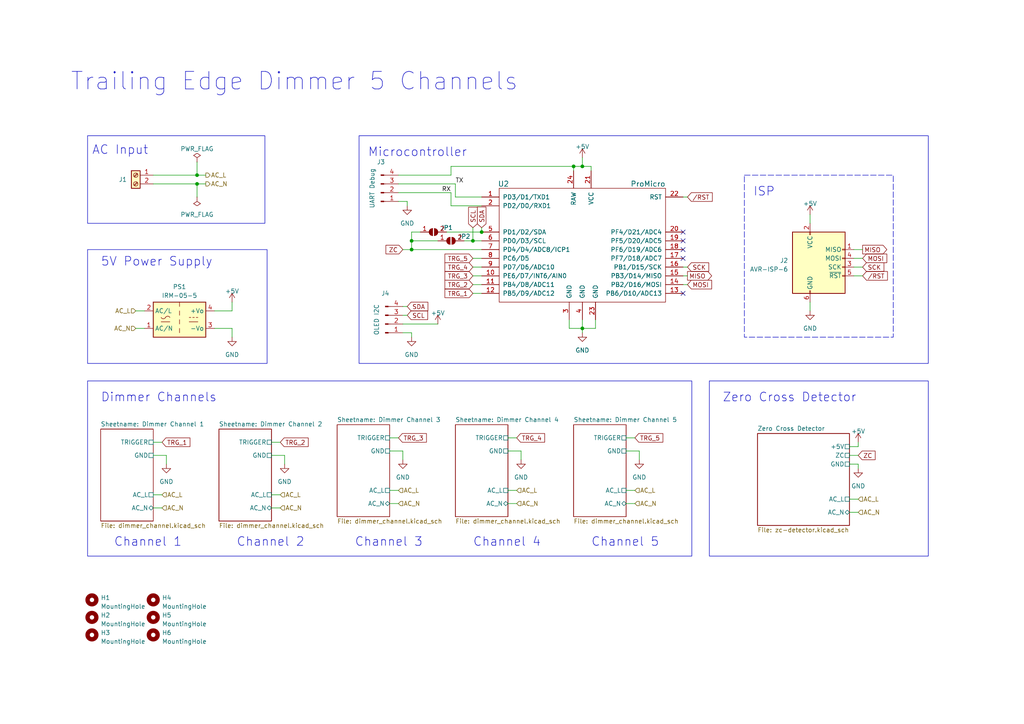
<source format=kicad_sch>
(kicad_sch (version 20230121) (generator eeschema)
  (paper "A4")
  (title_block (title "Trailing Edge Dimmer") (date "2023-03-14") (rev "1") (company "Tercio Gaudencio Filho"))
  (lib_symbols
    (symbol "0x3333:ProMicro" (pin_names (offset 1.016))
      (property "Reference" "U" (at -22.86 18.415 0))
      (property "Value" "ProMicro" (at 0 7.62 0))
      (property "Footprint" "0x3333:ProMicro" (at 0.635 -26.035 0))
      (symbol "ProMicro_0_1"
        (rectangle (start -24.13 16.51) (end 24.13 -16.51))
      )
      (symbol "ProMicro_1_1"
        (pin bidirectional line (at -29.21 13.97 0) (length 5.08) (name "PD3/D1/TXD1") (number "1"))
        (pin bidirectional line (at -29.21 -8.89 0) (length 5.08) (name "PE6/D7/INT6/AIN0") (number "10"))
        (pin bidirectional line (at -29.21 -11.43 0) (length 5.08) (name "PB4/D8/ADC11") (number "11"))
        (pin bidirectional line (at -29.21 -13.97 0) (length 5.08) (name "PB5/D9/ADC12") (number "12"))
        (pin bidirectional line (at 29.21 -13.97 180) (length 5.08) (name "PB6/D10/ADC13") (number "13"))
        (pin bidirectional line (at 29.21 -11.43 180) (length 5.08) (name "PB2/D16/MOSI") (number "14"))
        (pin bidirectional line (at 29.21 -8.89 180) (length 5.08) (name "PB3/D14/MISO") (number "15"))
        (pin bidirectional line (at 29.21 -6.35 180) (length 5.08) (name "PB1/D15/SCK") (number "16"))
        (pin bidirectional line (at 29.21 -3.81 180) (length 5.08) (name "PF7/D18/ADC7") (number "17"))
        (pin bidirectional line (at 29.21 -1.27 180) (length 5.08) (name "PF6/D19/ADC6") (number "18"))
        (pin bidirectional line (at 29.21 1.27 180) (length 5.08) (name "PF5/D20/ADC5") (number "19"))
        (pin bidirectional line (at -29.21 11.43 0) (length 5.08) (name "PD2/D0/RXD1") (number "2"))
        (pin bidirectional line (at 29.21 3.81 180) (length 5.08) (name "PF4/D21/ADC4") (number "20"))
        (pin power_in line (at 2.54 21.59 270) (length 5.08) (name "VCC") (number "21"))
        (pin input line (at 29.21 13.97 180) (length 5.08) (name "RST") (number "22"))
        (pin power_in line (at 3.81 -21.59 90) (length 5.08) (name "GND") (number "23"))
        (pin power_in line (at -2.54 21.59 270) (length 5.08) (name "RAW") (number "24"))
        (pin power_in line (at -3.81 -21.59 90) (length 5.08) (name "GND") (number "3"))
        (pin power_in line (at 0 -21.59 90) (length 5.08) (name "GND") (number "4"))
        (pin bidirectional line (at -29.21 3.81 0) (length 5.08) (name "PD1/D2/SDA") (number "5"))
        (pin bidirectional line (at -29.21 1.27 0) (length 5.08) (name "PD0/D3/SCL") (number "6"))
        (pin bidirectional line (at -29.21 -1.27 0) (length 5.08) (name "PD4/D4/ADC8/ICP1") (number "7"))
        (pin bidirectional line (at -29.21 -3.81 0) (length 5.08) (name "PC6/D5") (number "8"))
        (pin bidirectional line (at -29.21 -6.35 0) (length 5.08) (name "PD7/D6/ADC10") (number "9"))
      )
    )
    (symbol "Connector:AVR-ISP-6" (pin_names (offset 1.016))
      (property "Reference" "J" (at -6.35 11.43 0))
      (property "Value" "AVR-ISP-6" (at 0 11.43 0))
      (symbol "AVR-ISP-6_0_1"
        (rectangle (start -2.667 -6.858) (end -2.413 -7.62))
        (rectangle (start -2.667 10.16) (end -2.413 9.398))
        (rectangle (start 7.62 -2.413) (end 6.858 -2.667))
        (rectangle (start 7.62 0.127) (end 6.858 -0.127))
        (rectangle (start 7.62 2.667) (end 6.858 2.413))
        (rectangle (start 7.62 5.207) (end 6.858 4.953))
        (rectangle (start 7.62 10.16) (end -7.62 -7.62) (stroke (width 0.254)) (fill (type background)))
      )
      (symbol "AVR-ISP-6_1_1"
        (pin passive line (at 10.16 5.08 180) (length 2.54) (name "MISO") (number "1"))
        (pin passive line (at -2.54 12.7 270) (length 2.54) (name "VCC") (number "2"))
        (pin passive line (at 10.16 0 180) (length 2.54) (name "SCK") (number "3"))
        (pin passive line (at 10.16 2.54 180) (length 2.54) (name "MOSI") (number "4"))
        (pin passive line (at 10.16 -2.54 180) (length 2.54) (name "~{RST}") (number "5"))
        (pin passive line (at -2.54 -10.16 90) (length 2.54) (name "GND") (number "6"))
      )
    )
    (symbol "Connector:Conn_01x04_Pin" (pin_names (offset 1.016) hide)
      (property "Reference" "J" (at 0 5.08 0))
      (property "Value" "Conn_01x04_Pin" (at 0 -7.62 0))
      (symbol "Conn_01x04_Pin_1_1"
        (polyline (pts (xy 1.27 -5.08) (xy 0.8636 -5.08)) (stroke (width 0.1524)))
        (polyline (pts (xy 1.27 -2.54) (xy 0.8636 -2.54)) (stroke (width 0.1524)))
        (polyline (pts (xy 1.27 0) (xy 0.8636 0)) (stroke (width 0.1524)))
        (polyline (pts (xy 1.27 2.54) (xy 0.8636 2.54)) (stroke (width 0.1524)))
        (rectangle (start 0.8636 -4.953) (end 0 -5.207) (stroke (width 0.1524)) (fill (type outline)))
        (rectangle (start 0.8636 -2.413) (end 0 -2.667) (stroke (width 0.1524)) (fill (type outline)))
        (rectangle (start 0.8636 0.127) (end 0 -0.127) (stroke (width 0.1524)) (fill (type outline)))
        (rectangle (start 0.8636 2.667) (end 0 2.413) (stroke (width 0.1524)) (fill (type outline)))
        (pin passive line (at 5.08 2.54 180) (length 3.81) (name "Pin_1") (number "1"))
        (pin passive line (at 5.08 0 180) (length 3.81) (name "Pin_2") (number "2"))
        (pin passive line (at 5.08 -2.54 180) (length 3.81) (name "Pin_3") (number "3"))
        (pin passive line (at 5.08 -5.08 180) (length 3.81) (name "Pin_4") (number "4"))
      )
    )
    (symbol "Connector:Screw_Terminal_01x02" (pin_names (offset 1.016) hide)
      (property "Reference" "J" (at 0 2.54 0))
      (property "Value" "Screw_Terminal_01x02" (at 0 -5.08 0))
      (symbol "Screw_Terminal_01x02_1_1"
        (rectangle (start -1.27 1.27) (end 1.27 -3.81) (stroke (width 0.254)) (fill (type background)))
        (circle (center 0 -2.54) (radius 0.635) (stroke (width 0.1524)))
        (polyline (pts (xy -0.5334 -2.2098) (xy 0.3302 -3.048)) (stroke (width 0.1524)))
        (polyline (pts (xy -0.5334 0.3302) (xy 0.3302 -0.508)) (stroke (width 0.1524)))
        (polyline (pts (xy -0.3556 -2.032) (xy 0.508 -2.8702)) (stroke (width 0.1524)))
        (polyline (pts (xy -0.3556 0.508) (xy 0.508 -0.3302)) (stroke (width 0.1524)))
        (circle (center 0 0) (radius 0.635) (stroke (width 0.1524)))
        (pin passive line (at -5.08 0 0) (length 3.81) (name "Pin_1") (number "1"))
        (pin passive line (at -5.08 -2.54 0) (length 3.81) (name "Pin_2") (number "2"))
      )
    )
    (symbol "Converter_ACDC:IRM-05-5"
      (property "Reference" "PS" (at 0 6.35 0))
      (property "Value" "IRM-05-5" (at 0 -6.35 0))
      (symbol "IRM-05-5_0_1"
        (rectangle (start -7.62 5.08) (end 7.62 -5.08) (stroke (width 0.254)) (fill (type background)))
        (arc (start -5.334 0.635) (mid -4.699 0.2495) (end -4.064 0.635))
        (arc (start -2.794 0.635) (mid -3.429 1.0072) (end -4.064 0.635))
        (polyline (pts (xy -5.334 -0.635) (xy -2.794 -0.635)))
        (polyline (pts (xy 0 -2.54) (xy 0 -3.81)))
        (polyline (pts (xy 0 0) (xy 0 -1.27)))
        (polyline (pts (xy 0 2.54) (xy 0 1.27)))
        (polyline (pts (xy 0 5.08) (xy 0 3.81)))
        (polyline (pts (xy 2.794 -0.635) (xy 5.334 -0.635)))
        (polyline (pts (xy 2.794 0.635) (xy 3.302 0.635)))
        (polyline (pts (xy 3.81 0.635) (xy 4.318 0.635)))
        (polyline (pts (xy 4.826 0.635) (xy 5.334 0.635)))
      )
      (symbol "IRM-05-5_1_1"
        (pin power_in line (at -10.16 -2.54 0) (length 2.54) (name "AC/N") (number "1"))
        (pin power_in line (at -10.16 2.54 0) (length 2.54) (name "AC/L") (number "2"))
        (pin power_out line (at 10.16 -2.54 180) (length 2.54) (name "-Vo") (number "3"))
        (pin power_out line (at 10.16 2.54 180) (length 2.54) (name "+Vo") (number "4"))
      )
    )
    (symbol "Jumper:SolderJumper_2_Open" (pin_names (offset 0) hide)
      (property "Reference" "JP" (at 0 2.032 0))
      (property "Value" "SolderJumper_2_Open" (at 0 -2.54 0))
      (symbol "SolderJumper_2_Open_0_1"
        (arc (start -0.254 1.016) (mid -1.2656 0) (end -0.254 -1.016))
        (arc (start -0.254 1.016) (mid -1.2656 0) (end -0.254 -1.016) (fill (type outline)))
        (polyline (pts (xy -0.254 1.016) (xy -0.254 -1.016)))
        (polyline (pts (xy 0.254 1.016) (xy 0.254 -1.016)))
        (arc (start 0.254 -1.016) (mid 1.2656 0) (end 0.254 1.016))
        (arc (start 0.254 -1.016) (mid 1.2656 0) (end 0.254 1.016) (fill (type outline)))
      )
      (symbol "SolderJumper_2_Open_1_1"
        (pin passive line (at -3.81 0 0) (length 2.54) (name "A") (number "1"))
        (pin passive line (at 3.81 0 180) (length 2.54) (name "B") (number "2"))
      )
    )
    (symbol "Mechanical:MountingHole" (pin_names (offset 1.016))
      (property "Reference" "H" (at 0 5.08 0))
      (property "Value" "MountingHole" (at 0 3.175 0))
      (symbol "MountingHole_0_1"
        (circle (center 0 0) (radius 1.27) (stroke (width 1.27)))
      )
    )
    (symbol "power:+5V" (power) (pin_names (offset 0))
      (property "Value" "+5V" (at 0 3.556 0))
      (symbol "+5V_0_1"
        (polyline (pts (xy -0.762 1.27) (xy 0 2.54)))
        (polyline (pts (xy 0 0) (xy 0 2.54)))
        (polyline (pts (xy 0 2.54) (xy 0.762 1.27)))
      )
      (symbol "+5V_1_1"
        (pin power_in line (at 0 0 90) (length 0) hide (name "+5V") (number "1"))
      )
    )
    (symbol "power:GND" (power) (pin_names (offset 0))
      (property "Value" "GND" (at 0 -3.81 0))
      (symbol "GND_0_1"
        (polyline (pts (xy 0 0) (xy 0 -1.27) (xy 1.27 -1.27) (xy 0 -2.54) (xy -1.27 -1.27) (xy 0 -1.27)))
      )
      (symbol "GND_1_1"
        (pin power_in line (at 0 0 270) (length 0) hide (name "GND") (number "1"))
      )
    )
    (symbol "power:PWR_FLAG" (power) (pin_numbers hide) (pin_names (offset 0) hide)
      (property "Value" "PWR_FLAG" (at 0 3.81 0))
      (symbol "PWR_FLAG_0_0"
        (pin power_out line (at 0 0 90) (length 0) (name "pwr") (number "1"))
      )
      (symbol "PWR_FLAG_0_1"
        (polyline (pts (xy 0 0) (xy 0 1.27) (xy -1.016 1.905) (xy 0 2.54) (xy 1.016 1.905) (xy 0 1.27)))
      )
    )
  )
  (junction (at 57.15 53.34))
  (junction (at 119.38 69.85))
  (junction (at 168.91 95.25))
  (junction (at 166.37 48.26))
  (junction (at 168.91 48.26))
  (junction (at 139.7 67.31))
  (junction (at 137.16 69.85))
  (junction (at 57.15 50.8))
  (junction (at 119.38 72.39))
  (no_connect (at 198.12 69.85))
  (no_connect (at 198.12 74.93))
  (no_connect (at 198.12 72.39))
  (no_connect (at 198.12 85.09))
  (no_connect (at 198.12 67.31))
  (wire (pts (xy 130.81 48.26) (xy 166.37 48.26)))
  (wire (pts (xy 119.38 96.52) (xy 119.38 97.79)))
  (wire (pts (xy 246.38 129.54) (xy 248.92 129.54)))
  (wire (pts (xy 78.74 143.51) (xy 81.28 143.51)))
  (wire (pts (xy 246.38 134.62) (xy 248.92 134.62)))
  (wire (pts (xy 168.91 92.71) (xy 168.91 95.25)))
  (wire (pts (xy 118.11 91.44) (xy 116.84 91.44)))
  (wire (pts (xy 137.16 82.55) (xy 139.7 82.55)))
  (wire (pts (xy 147.32 130.81) (xy 151.13 130.81)))
  (wire (pts (xy 116.84 96.52) (xy 119.38 96.52)))
  (wire (pts (xy 44.45 143.51) (xy 46.99 143.51)))
  (wire (pts (xy 165.1 92.71) (xy 165.1 95.25)))
  (wire (pts (xy 115.57 58.42) (xy 118.11 58.42)))
  (wire (pts (xy 246.38 148.59) (xy 248.92 148.59)))
  (wire (pts (xy 168.91 48.26) (xy 171.45 48.26)))
  (wire (pts (xy 57.15 53.34) (xy 59.69 53.34)))
  (wire (pts (xy 132.08 53.34) (xy 132.08 57.15)))
  (wire (pts (xy 115.57 50.8) (xy 130.81 50.8)))
  (wire (pts (xy 132.08 57.15) (xy 139.7 57.15)))
  (wire (pts (xy 185.42 130.81) (xy 185.42 133.35)))
  (wire (pts (xy 129.54 67.31) (xy 139.7 67.31)))
  (wire (pts (xy 44.45 147.32) (xy 46.99 147.32)))
  (wire (pts (xy 113.03 146.05) (xy 115.57 146.05)))
  (wire (pts (xy 119.38 69.85) (xy 127 69.85)))
  (wire (pts (xy 137.16 80.01) (xy 139.7 80.01)))
  (wire (pts (xy 137.16 74.93) (xy 139.7 74.93)))
  (wire (pts (xy 44.45 128.27) (xy 46.99 128.27)))
  (wire (pts (xy 44.45 132.08) (xy 48.26 132.08)))
  (wire (pts (xy 121.92 67.31) (xy 119.38 67.31)))
  (wire (pts (xy 246.38 144.78) (xy 248.92 144.78)))
  (wire (pts (xy 113.03 142.24) (xy 115.57 142.24)))
  (wire (pts (xy 48.26 132.08) (xy 48.26 134.62)))
  (wire (pts (xy 119.38 67.31) (xy 119.38 69.85)))
  (wire (pts (xy 118.11 88.9) (xy 116.84 88.9)))
  (wire (pts (xy 116.84 130.81) (xy 116.84 133.35)))
  (wire (pts (xy 247.65 74.93) (xy 250.19 74.93)))
  (wire (pts (xy 248.92 134.62) (xy 248.92 135.89)))
  (wire (pts (xy 139.7 66.04) (xy 139.7 67.31)))
  (wire (pts (xy 134.62 69.85) (xy 137.16 69.85)))
  (wire (pts (xy 39.37 90.17) (xy 41.91 90.17)))
  (wire (pts (xy 57.15 53.34) (xy 57.15 57.15)))
  (wire (pts (xy 234.95 87.63) (xy 234.95 90.17)))
  (wire (pts (xy 137.16 66.04) (xy 137.16 69.85)))
  (wire (pts (xy 78.74 128.27) (xy 81.28 128.27)))
  (wire (pts (xy 234.95 62.23) (xy 234.95 64.77)))
  (wire (pts (xy 57.15 46.99) (xy 57.15 50.8)))
  (wire (pts (xy 165.1 95.25) (xy 168.91 95.25)))
  (wire (pts (xy 247.65 77.47) (xy 250.19 77.47)))
  (wire (pts (xy 130.81 50.8) (xy 130.81 48.26)))
  (wire (pts (xy 246.38 132.08) (xy 248.92 132.08)))
  (wire (pts (xy 130.81 59.69) (xy 139.7 59.69)))
  (wire (pts (xy 151.13 130.81) (xy 151.13 133.35)))
  (wire (pts (xy 168.91 95.25) (xy 172.72 95.25)))
  (wire (pts (xy 166.37 48.26) (xy 166.37 49.53)))
  (wire (pts (xy 168.91 48.26) (xy 166.37 48.26)))
  (wire (pts (xy 247.65 72.39) (xy 250.19 72.39)))
  (wire (pts (xy 172.72 92.71) (xy 172.72 95.25)))
  (wire (pts (xy 67.31 95.25) (xy 67.31 97.79)))
  (wire (pts (xy 78.74 147.32) (xy 81.28 147.32)))
  (wire (pts (xy 82.55 132.08) (xy 82.55 134.62)))
  (wire (pts (xy 44.45 50.8) (xy 57.15 50.8)))
  (wire (pts (xy 62.23 90.17) (xy 67.31 90.17)))
  (wire (pts (xy 247.65 80.01) (xy 250.19 80.01)))
  (wire (pts (xy 78.74 132.08) (xy 82.55 132.08)))
  (wire (pts (xy 147.32 146.05) (xy 149.86 146.05)))
  (wire (pts (xy 147.32 142.24) (xy 149.86 142.24)))
  (wire (pts (xy 115.57 55.88) (xy 130.81 55.88)))
  (wire (pts (xy 198.12 82.55) (xy 199.39 82.55)))
  (wire (pts (xy 62.23 95.25) (xy 67.31 95.25)))
  (wire (pts (xy 168.91 45.72) (xy 168.91 48.26)))
  (wire (pts (xy 67.31 87.63) (xy 67.31 90.17)))
  (wire (pts (xy 113.03 130.81) (xy 116.84 130.81)))
  (wire (pts (xy 116.84 72.39) (xy 119.38 72.39)))
  (wire (pts (xy 137.16 69.85) (xy 139.7 69.85)))
  (wire (pts (xy 57.15 50.8) (xy 59.69 50.8)))
  (wire (pts (xy 130.81 55.88) (xy 130.81 59.69)))
  (wire (pts (xy 39.37 95.25) (xy 41.91 95.25)))
  (wire (pts (xy 116.84 93.98) (xy 127 93.98)))
  (wire (pts (xy 168.91 95.25) (xy 168.91 96.52)))
  (wire (pts (xy 181.61 127) (xy 184.15 127)))
  (wire (pts (xy 44.45 53.34) (xy 57.15 53.34)))
  (wire (pts (xy 119.38 69.85) (xy 119.38 72.39)))
  (wire (pts (xy 181.61 130.81) (xy 185.42 130.81)))
  (wire (pts (xy 248.92 129.54) (xy 248.92 128.27)))
  (wire (pts (xy 181.61 142.24) (xy 184.15 142.24)))
  (wire (pts (xy 198.12 80.01) (xy 199.39 80.01)))
  (wire (pts (xy 137.16 77.47) (xy 139.7 77.47)))
  (wire (pts (xy 118.11 58.42) (xy 118.11 59.69)))
  (wire (pts (xy 147.32 127) (xy 149.86 127)))
  (wire (pts (xy 198.12 77.47) (xy 199.39 77.47)))
  (wire (pts (xy 198.12 57.15) (xy 199.39 57.15)))
  (wire (pts (xy 119.38 72.39) (xy 139.7 72.39)))
  (wire (pts (xy 171.45 49.53) (xy 171.45 48.26)))
  (wire (pts (xy 113.03 127) (xy 115.57 127)))
  (wire (pts (xy 181.61 146.05) (xy 184.15 146.05)))
  (wire (pts (xy 137.16 85.09) (xy 139.7 85.09)))
  (wire (pts (xy 115.57 53.34) (xy 132.08 53.34)))
  (rectangle (start 215.9 50.8) (end 259.08 97.79) (stroke (width 0) (type dash)))
  (rectangle (start 205.74 110.49) (end 269.24 161.29))
  (rectangle (start 25.4 110.49) (end 200.66 161.29))
  (rectangle (start 104.14 39.37) (end 269.24 105.41))
  (rectangle (start 25.4 72.39) (end 77.47 105.41))
  (rectangle (start 25.4 39.37) (end 76.835 64.77))
  (text "Microcontroller" (at 106.68 45.72 0) (effects (font (size 2.54 2.54)) (justify left bottom)))
  (text "Channel 1" (at 33.02 158.75 0) (effects (font (size 2.54 2.54)) (justify left bottom)))
  (text "Channel 3" (at 102.87 158.75 0) (effects (font (size 2.54 2.54)) (justify left bottom)))
  (text "Channel 5" (at 171.45 158.75 0) (effects (font (size 2.54 2.54)) (justify left bottom)))
  (text "5V Power Supply" (at 29.21 77.47 0) (effects (font (size 2.54 2.54)) (justify left bottom)))
  (text "Dimmer Channels" (at 29.21 116.84 0) (effects (font (size 2.54 2.54)) (justify left bottom)))
  (text "AC Input" (at 26.67 45.085 0) (effects (font (size 2.54 2.54)) (justify left bottom)))
  (text "Trailing Edge Dimmer 5 Channels" (at 20.32 26.67 0) (effects (font (size 5.08 5.08)) (justify left bottom)))
  (text "Channel 2" (at 68.58 158.75 0) (effects (font (size 2.54 2.54)) (justify left bottom)))
  (text "Channel 4" (at 137.16 158.75 0) (effects (font (size 2.54 2.54)) (justify left bottom)))
  (text "ISP" (at 218.44 57.15 0) (effects (font (size 2.54 2.54)) (justify left bottom)))
  (text "Zero Cross Detector" (at 209.55 116.84 0) (effects (font (size 2.54 2.54)) (justify left bottom)))
  (label "TX" (at 132.08 53.34 0))
  (label "RX" (at 130.81 55.88 180))
  (global_label "{slash}RST" (shape input) (at 250.19 80.01 0) (property "Intersheetrefs" "${INTERSHEET_REFS}" (effects hide)))
  (global_label "SDA" (shape input) (at 118.11 88.9 0) (property "Intersheetrefs" "${INTERSHEET_REFS}" (effects hide)))
  (global_label "MISO" (shape output) (at 250.19 72.39 0) (property "Intersheetrefs" "${INTERSHEET_REFS}" (effects hide)))
  (global_label "SCK" (shape input) (at 199.39 77.47 0) (property "Intersheetrefs" "${INTERSHEET_REFS}" (effects hide)))
  (global_label "TRG_2" (shape input) (at 137.16 82.55 180) (property "Intersheetrefs" "${INTERSHEET_REFS}" (effects hide)))
  (global_label "TRG_1" (shape input) (at 46.99 128.27 0) (property "Intersheetrefs" "${INTERSHEET_REFS}" (effects hide)))
  (global_label "TRG_4" (shape input) (at 149.86 127 0) (property "Intersheetrefs" "${INTERSHEET_REFS}" (effects hide)))
  (global_label "MOSI" (shape input) (at 199.39 82.55 0) (property "Intersheetrefs" "${INTERSHEET_REFS}" (effects hide)))
  (global_label "MISO" (shape output) (at 199.39 80.01 0) (property "Intersheetrefs" "${INTERSHEET_REFS}" (effects hide)))
  (global_label "TRG_4" (shape input) (at 137.16 77.47 180) (property "Intersheetrefs" "${INTERSHEET_REFS}" (effects hide)))
  (global_label "TRG_5" (shape input) (at 137.16 74.93 180) (property "Intersheetrefs" "${INTERSHEET_REFS}" (effects hide)))
  (global_label "ZC" (shape input) (at 248.92 132.08 0) (property "Intersheetrefs" "${INTERSHEET_REFS}" (effects hide)))
  (global_label "SCK" (shape input) (at 250.19 77.47 0) (property "Intersheetrefs" "${INTERSHEET_REFS}" (effects hide)))
  (global_label "TRG_1" (shape input) (at 137.16 85.09 180) (property "Intersheetrefs" "${INTERSHEET_REFS}" (effects hide)))
  (global_label "TRG_2" (shape input) (at 81.28 128.27 0) (property "Intersheetrefs" "${INTERSHEET_REFS}" (effects hide)))
  (global_label "TRG_3" (shape input) (at 137.16 80.01 180) (property "Intersheetrefs" "${INTERSHEET_REFS}" (effects hide)))
  (global_label "SDA" (shape input) (at 139.7 66.04 90) (property "Intersheetrefs" "${INTERSHEET_REFS}" (effects hide)))
  (global_label "TRG_3" (shape input) (at 115.57 127 0) (property "Intersheetrefs" "${INTERSHEET_REFS}" (effects hide)))
  (global_label "ZC" (shape input) (at 116.84 72.39 180) (property "Intersheetrefs" "${INTERSHEET_REFS}" (effects hide)))
  (global_label "SCL" (shape input) (at 137.16 66.04 90) (property "Intersheetrefs" "${INTERSHEET_REFS}" (effects hide)))
  (global_label "SCL" (shape input) (at 118.11 91.44 0) (property "Intersheetrefs" "${INTERSHEET_REFS}" (effects hide)))
  (global_label "MOSI" (shape input) (at 250.19 74.93 0) (property "Intersheetrefs" "${INTERSHEET_REFS}" (effects hide)))
  (global_label "TRG_5" (shape input) (at 184.15 127 0) (property "Intersheetrefs" "${INTERSHEET_REFS}" (effects hide)))
  (global_label "{slash}RST" (shape input) (at 199.39 57.15 0) (property "Intersheetrefs" "${INTERSHEET_REFS}" (effects hide)))
  (hierarchical_label "AC_N" (shape input) (at 39.37 95.25 180))
  (hierarchical_label "AC_N" (shape output) (at 59.69 53.34 0))
  (hierarchical_label "AC_L" (shape input) (at 184.15 142.24 0))
  (hierarchical_label "AC_L" (shape input) (at 39.37 90.17 180))
  (hierarchical_label "AC_N" (shape input) (at 149.86 146.05 0))
  (hierarchical_label "AC_L" (shape input) (at 115.57 142.24 0))
  (hierarchical_label "AC_N" (shape input) (at 115.57 146.05 0))
  (hierarchical_label "AC_N" (shape input) (at 184.15 146.05 0))
  (hierarchical_label "AC_L" (shape input) (at 81.28 143.51 0))
  (hierarchical_label "AC_L" (shape input) (at 46.99 143.51 0))
  (hierarchical_label "AC_N" (shape input) (at 46.99 147.32 0))
  (hierarchical_label "AC_L" (shape input) (at 248.92 144.78 0))
  (hierarchical_label "AC_L" (shape output) (at 59.69 50.8 0))
  (hierarchical_label "AC_N" (shape input) (at 248.92 148.59 0))
  (hierarchical_label "AC_N" (shape input) (at 81.28 147.32 0))
  (hierarchical_label "AC_L" (shape input) (at 149.86 142.24 0))
  (symbol (lib_id "power:PWR_FLAG") (at 57.15 57.15 180) (unit 1)
    (property "Reference" "#FLG02" (effects hide))
    (property "Value" "PWR_FLAG" (at 57.15 62.23 0))
  )
  (symbol (lib_id "Mechanical:MountingHole") (at 26.67 179.07 0) (unit 1)
    (property "Reference" "H2" (at 29.21 178.435 0) (effects (justify left)))
    (property "Value" "MountingHole" (at 29.21 180.975 0) (effects (justify left)))
    (property "Footprint" "MountingHole:MountingHole_3.2mm_M3_DIN965_Pad" (effects hide))
  )
  (symbol (lib_id "power:+5V") (at 248.92 128.27 0) (unit 1)
    (property "Reference" "#PWR05" (effects hide))
    (property "Value" "+5V" (at 248.92 125.095 0))
  )
  (symbol (lib_id "power:GND") (at 48.26 134.62 0) (unit 1)
    (property "Reference" "#PWR03" (effects hide))
    (property "Value" "GND" (at 48.26 139.7 0))
  )
  (symbol (lib_id "0x3333:ProMicro") (at 168.91 71.12 0) (unit 1)
    (property "Reference" "U2" (at 146.05 53.34 0) (effects (font (size 1.524 1.524))))
    (property "Value" "ProMicro" (at 187.96 53.34 0) (effects (font (size 1.524 1.524))))
    (property "Footprint" "0x3333:ProMicro" (effects hide))
  )
  (symbol (lib_id "power:GND") (at 248.92 135.89 0) (unit 1)
    (property "Reference" "#PWR014" (effects hide))
    (property "Value" "GND" (at 248.92 140.97 0))
  )
  (symbol (lib_id "power:+5V") (at 168.91 45.72 0) (unit 1)
    (property "Reference" "#PWR02" (effects hide))
    (property "Value" "+5V" (at 168.91 42.545 0))
  )
  (symbol (lib_id "Converter_ACDC:IRM-05-5") (at 52.07 92.71 0) (unit 1)
    (property "Reference" "PS1" (at 52.07 83.185 0))
    (property "Value" "IRM-05-5" (at 52.07 85.725 0))
    (property "Footprint" "Converter_ACDC:Converter_ACDC_MeanWell_IRM-05-xx_THT" (effects hide))
    (property "Datasheet" "https://www.meanwell.com/Upload/PDF/IRM-05/IRM-05-SPEC.PDF" (effects hide))
  )
  (symbol (lib_id "Connector:Conn_01x04_Pin") (at 110.49 55.88 0) (mirror x) (unit 1)
    (property "Reference" "J3" (at 110.49 46.99 0))
    (property "Value" "UART Debug" (at 107.95 54.61 90))
    (property "Footprint" "Connector_PinHeader_2.54mm:PinHeader_1x04_P2.54mm_Vertical" (effects hide))
  )
  (symbol (lib_id "power:GND") (at 118.11 59.69 0) (unit 1)
    (property "Reference" "#PWR09" (effects hide))
    (property "Value" "GND" (at 118.11 64.77 0))
  )
  (symbol (lib_id "power:+5V") (at 67.31 87.63 0) (unit 1)
    (property "Reference" "#PWR04" (effects hide))
    (property "Value" "+5V" (at 67.31 84.455 0))
  )
  (symbol (lib_id "Mechanical:MountingHole") (at 44.45 184.15 0) (unit 1)
    (property "Reference" "H6" (at 46.99 183.515 0) (effects (justify left)))
    (property "Value" "MountingHole" (at 46.99 186.055 0) (effects (justify left)))
    (property "Footprint" "MountingHole:MountingHole_3.2mm_M3_DIN965_Pad" (effects hide))
  )
  (symbol (lib_id "power:GND") (at 67.31 97.79 0) (unit 1)
    (property "Reference" "#PWR01" (effects hide))
    (property "Value" "GND" (at 67.31 102.87 0))
  )
  (symbol (lib_id "power:+5V") (at 127 93.98 0) (unit 1)
    (property "Reference" "#PWR016" (effects hide))
    (property "Value" "+5V" (at 127 90.805 0))
  )
  (symbol (lib_id "power:GND") (at 168.91 96.52 0) (unit 1)
    (property "Reference" "#PWR06" (effects hide))
    (property "Value" "GND" (at 168.91 101.6 0))
  )
  (symbol (lib_id "Jumper:SolderJumper_2_Open") (at 125.73 67.31 0) (unit 1)
    (property "Reference" "JP1" (at 129.54 66.04 0))
    (property "Value" "INT1" (effects hide))
    (property "Footprint" "Jumper:SolderJumper-2_P1.3mm_Open_RoundedPad1.0x1.5mm" (effects hide))
    (property "Description" "Choose to use INT1 as input for Zero Cross" (effects hide))
  )
  (symbol (lib_id "power:GND") (at 82.55 134.62 0) (unit 1)
    (property "Reference" "#PWR010" (effects hide))
    (property "Value" "GND" (at 82.55 139.7 0))
  )
  (symbol (lib_id "Connector:AVR-ISP-6") (at 237.49 77.47 0) (unit 1)
    (property "Reference" "J2" (at 228.6 75.565 0) (effects (justify right)))
    (property "Value" "AVR-ISP-6" (at 228.6 78.105 0) (effects (justify right)))
    (property "Footprint" "Connector_PinHeader_2.54mm:PinHeader_2x03_P2.54mm_Vertical" (effects hide))
    (property "Datasheet" " ~" (effects hide))
  )
  (symbol (lib_id "Mechanical:MountingHole") (at 44.45 179.07 0) (unit 1)
    (property "Reference" "H5" (at 46.99 178.435 0) (effects (justify left)))
    (property "Value" "MountingHole" (at 46.99 180.975 0) (effects (justify left)))
    (property "Footprint" "MountingHole:MountingHole_3.2mm_M3_DIN965_Pad" (effects hide))
  )
  (symbol (lib_id "Mechanical:MountingHole") (at 26.67 184.15 0) (unit 1)
    (property "Reference" "H3" (at 29.21 183.515 0) (effects (justify left)))
    (property "Value" "MountingHole" (at 29.21 186.055 0) (effects (justify left)))
    (property "Footprint" "MountingHole:MountingHole_3.2mm_M3_DIN965_Pad" (effects hide))
  )
  (symbol (lib_id "power:GND") (at 234.95 90.17 0) (unit 1)
    (property "Reference" "#PWR08" (effects hide))
    (property "Value" "GND" (at 234.95 95.25 0))
  )
  (symbol (lib_id "power:+5V") (at 234.95 62.23 0) (unit 1)
    (property "Reference" "#PWR07" (effects hide))
    (property "Value" "+5V" (at 234.95 59.055 0))
  )
  (symbol (lib_id "power:GND") (at 116.84 133.35 0) (unit 1)
    (property "Reference" "#PWR011" (effects hide))
    (property "Value" "GND" (at 116.84 138.43 0))
  )
  (symbol (lib_id "Mechanical:MountingHole") (at 26.67 173.99 0) (unit 1)
    (property "Reference" "H1" (at 29.21 173.355 0) (effects (justify left)))
    (property "Value" "MountingHole" (at 29.21 175.895 0) (effects (justify left)))
    (property "Footprint" "MountingHole:MountingHole_3.2mm_M3_DIN965_Pad" (effects hide))
  )
  (symbol (lib_id "Connector:Screw_Terminal_01x02") (at 39.37 50.8 0) (mirror y) (unit 1)
    (property "Reference" "J1" (at 36.83 52.0699 0) (effects (justify left)))
    (property "Value" "Screw_Terminal_01x02" (effects hide))
    (property "Footprint" "TerminalBlock_Phoenix:TerminalBlock_Phoenix_MKDS-3-2-5.08_1x02_P5.08mm_Horizontal" (effects hide))
    (property "LCSC" "C395730" (effects hide))
    (property "Description" "Buy the other pair: C395732" (effects hide))
  )
  (symbol (lib_id "power:PWR_FLAG") (at 57.15 46.99 0) (unit 1)
    (property "Reference" "#FLG01" (effects hide))
    (property "Value" "PWR_FLAG" (at 57.15 43.18 0))
  )
  (symbol (lib_id "Connector:Conn_01x04_Pin") (at 111.76 93.98 0) (mirror x) (unit 1)
    (property "Reference" "J4" (at 111.76 85.09 0))
    (property "Value" "OLED I2C" (at 109.22 92.71 90))
    (property "Footprint" "Connector_PinHeader_2.54mm:PinHeader_1x04_P2.54mm_Vertical" (effects hide))
  )
  (symbol (lib_id "power:GND") (at 185.42 133.35 0) (unit 1)
    (property "Reference" "#PWR013" (effects hide))
    (property "Value" "GND" (at 185.42 138.43 0))
  )
  (symbol (lib_id "Jumper:SolderJumper_2_Open") (at 130.81 69.85 0) (unit 1)
    (property "Reference" "JP2" (at 134.62 68.58 0))
    (property "Value" "INT0" (effects hide))
    (property "Footprint" "Jumper:SolderJumper-2_P1.3mm_Open_RoundedPad1.0x1.5mm" (effects hide))
    (property "Description" "Choose to use INT0 as input for Zero Cross" (effects hide))
  )
  (symbol (lib_id "Mechanical:MountingHole") (at 44.45 173.99 0) (unit 1)
    (property "Reference" "H4" (at 46.99 173.355 0) (effects (justify left)))
    (property "Value" "MountingHole" (at 46.99 175.895 0) (effects (justify left)))
    (property "Footprint" "MountingHole:MountingHole_3.2mm_M3_DIN965_Pad" (effects hide))
  )
  (symbol (lib_id "power:GND") (at 119.38 97.79 0) (unit 1)
    (property "Reference" "#PWR015" (effects hide))
    (property "Value" "GND" (at 119.38 102.87 0))
  )
  (symbol (lib_id "power:GND") (at 151.13 133.35 0) (unit 1)
    (property "Reference" "#PWR012" (effects hide))
    (property "Value" "GND" (at 151.13 138.43 0))
  )
  (sheet (at 97.79 123.19) (size 15.24 26.67) (stroke (width 0.1524))
    (property "Sheetname" "Dimmer Channel 3" (at 97.79 122.4784 0) (show_name) (effects (justify left bottom)))
    (property "Sheetfile" "dimmer_channel.kicad_sch" (at 97.79 150.4446 0) (effects (justify left top)))
    (pin "AC_N" bidirectional (at 113.03 146.05 0))
    (pin "TRIGGER" passive (at 113.03 127 0))
    (pin "AC_L" passive (at 113.03 142.24 0))
    (pin "GND" passive (at 113.03 130.81 0))
  )
  (sheet (at 219.71 125.73) (size 26.67 26.67) (stroke (width 0.1524))
    (property "Sheetname" "Zero Cross Detector" (at 219.71 125.0184 0) (effects (justify left bottom)))
    (property "Sheetfile" "zc-detector.kicad_sch" (at 219.71 152.9846 0) (effects (justify left top)))
    (pin "GND" passive (at 246.38 134.62 0))
    (pin "ZC" passive (at 246.38 132.08 0))
    (pin "+5V" passive (at 246.38 129.54 0))
    (pin "AC_L" passive (at 246.38 144.78 0))
    (pin "AC_N" bidirectional (at 246.38 148.59 0))
  )
  (sheet (at 63.5 124.46) (size 15.24 26.67) (stroke (width 0.1524))
    (property "Sheetname" "Dimmer Channel 2" (at 63.5 123.7484 0) (show_name) (effects (justify left bottom)))
    (property "Sheetfile" "dimmer_channel.kicad_sch" (at 63.5 151.7146 0) (effects (justify left top)))
    (pin "AC_N" bidirectional (at 78.74 147.32 0))
    (pin "TRIGGER" passive (at 78.74 128.27 0))
    (pin "AC_L" passive (at 78.74 143.51 0))
    (pin "GND" passive (at 78.74 132.08 0))
  )
  (sheet (at 166.37 123.19) (size 15.24 26.67) (stroke (width 0.1524))
    (property "Sheetname" "Dimmer Channel 5" (at 166.37 122.4784 0) (show_name) (effects (justify left bottom)))
    (property "Sheetfile" "dimmer_channel.kicad_sch" (at 166.37 150.4446 0) (effects (justify left top)))
    (pin "AC_N" bidirectional (at 181.61 146.05 0))
    (pin "TRIGGER" passive (at 181.61 127 0))
    (pin "AC_L" passive (at 181.61 142.24 0))
    (pin "GND" passive (at 181.61 130.81 0))
  )
  (sheet (at 132.08 123.19) (size 15.24 26.67) (stroke (width 0.1524))
    (property "Sheetname" "Dimmer Channel 4" (at 132.08 122.4784 0) (show_name) (effects (justify left bottom)))
    (property "Sheetfile" "dimmer_channel.kicad_sch" (at 132.08 150.4446 0) (effects (justify left top)))
    (pin "AC_N" bidirectional (at 147.32 146.05 0))
    (pin "TRIGGER" passive (at 147.32 127 0))
    (pin "AC_L" passive (at 147.32 142.24 0))
    (pin "GND" passive (at 147.32 130.81 0))
  )
  (sheet (at 29.21 124.46) (size 15.24 26.67) (stroke (width 0.1524))
    (property "Sheetname" "Dimmer Channel 1" (at 29.21 123.7484 0) (show_name) (effects (justify left bottom)))
    (property "Sheetfile" "dimmer_channel.kicad_sch" (at 29.21 151.7146 0) (effects (justify left top)))
    (pin "AC_N" bidirectional (at 44.45 147.32 0))
    (pin "TRIGGER" passive (at 44.45 128.27 0))
    (pin "AC_L" passive (at 44.45 143.51 0))
    (pin "GND" passive (at 44.45 132.08 0))
  )
)
</source>
